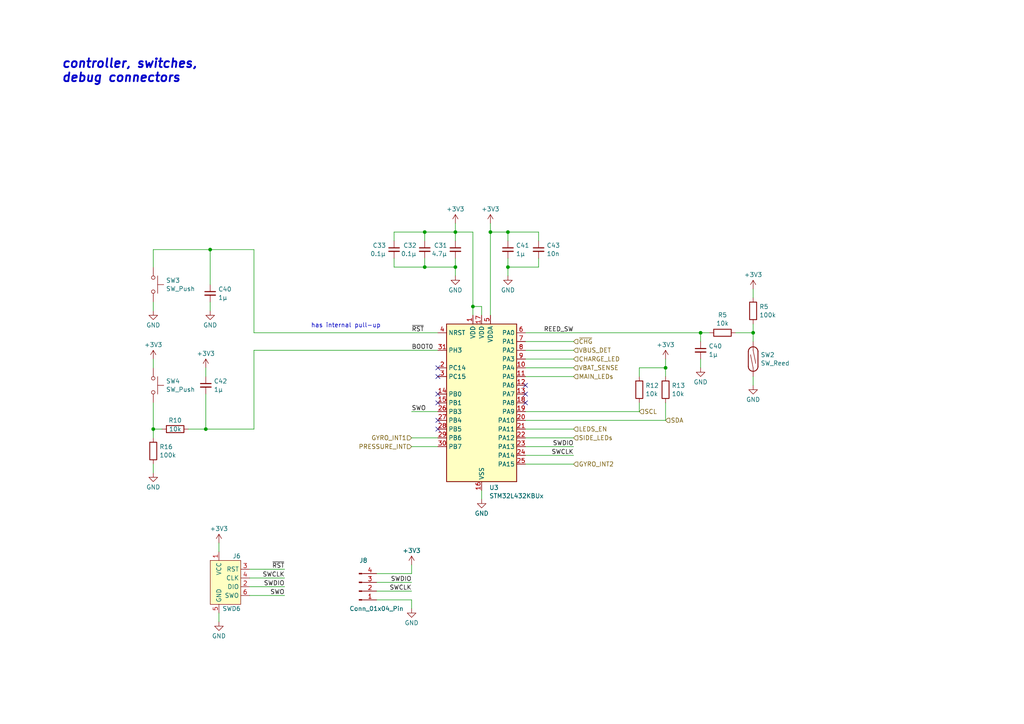
<source format=kicad_sch>
(kicad_sch (version 20230121) (generator eeschema)
  (paper "A4")
  (title_block (title "Self contained addressible RGB ring for 3M 501") (date "2024-01-08") (rev "r0.1") (company "xenua"))
  (lib_symbols
    (symbol "Connector:Conn_01x04_Pin" (pin_names (offset 1.016) hide)
      (property "Reference" "J" (at 0 5.08 0))
      (property "Value" "Conn_01x04_Pin" (at 0 -7.62 0))
      (symbol "Conn_01x04_Pin_1_1"
        (polyline (pts (xy 1.27 -5.08) (xy 0.8636 -5.08)) (stroke (width 0.1524)))
        (polyline (pts (xy 1.27 -2.54) (xy 0.8636 -2.54)) (stroke (width 0.1524)))
        (polyline (pts (xy 1.27 0) (xy 0.8636 0)) (stroke (width 0.1524)))
        (polyline (pts (xy 1.27 2.54) (xy 0.8636 2.54)) (stroke (width 0.1524)))
        (rectangle (start 0.8636 -4.953) (end 0 -5.207) (stroke (width 0.1524)) (fill (type outline)))
        (rectangle (start 0.8636 -2.413) (end 0 -2.667) (stroke (width 0.1524)) (fill (type outline)))
        (rectangle (start 0.8636 0.127) (end 0 -0.127) (stroke (width 0.1524)) (fill (type outline)))
        (rectangle (start 0.8636 2.667) (end 0 2.413) (stroke (width 0.1524)) (fill (type outline)))
        (pin passive line (at 5.08 2.54 180) (length 3.81) (name "Pin_1") (number "1"))
        (pin passive line (at 5.08 0 180) (length 3.81) (name "Pin_2") (number "2"))
        (pin passive line (at 5.08 -2.54 180) (length 3.81) (name "Pin_3") (number "3"))
        (pin passive line (at 5.08 -5.08 180) (length 3.81) (name "Pin_4") (number "4"))
      )
    )
    (symbol "Device:C_Small" (pin_numbers hide) (pin_names (offset 0.254) hide)
      (property "Reference" "C" (at 0.254 1.778 0))
      (property "Value" "C_Small" (at 0.254 -2.032 0))
      (symbol "C_Small_0_1"
        (polyline (pts (xy -1.524 -0.508) (xy 1.524 -0.508)) (stroke (width 0.3302)))
        (polyline (pts (xy -1.524 0.508) (xy 1.524 0.508)) (stroke (width 0.3048)))
      )
      (symbol "C_Small_1_1"
        (pin passive line (at 0 2.54 270) (length 2.032) (name "~") (number "1"))
        (pin passive line (at 0 -2.54 90) (length 2.032) (name "~") (number "2"))
      )
    )
    (symbol "Device:R" (pin_numbers hide) (pin_names (offset 0))
      (property "Reference" "R" (at 2.032 0 90))
      (property "Value" "R" (at 0 0 90))
      (symbol "R_0_1"
        (rectangle (start -1.016 -2.54) (end 1.016 2.54) (stroke (width 0.254)))
      )
      (symbol "R_1_1"
        (pin passive line (at 0 3.81 270) (length 1.27) (name "~") (number "1"))
        (pin passive line (at 0 -3.81 90) (length 1.27) (name "~") (number "2"))
      )
    )
    (symbol "MCU_ST_STM32L4:STM32L432KBUx"
      (property "Reference" "U" (at -10.16 24.13 0))
      (property "Value" "STM32L432KBUx" (at 5.08 24.13 0))
      (symbol "STM32L432KBUx_0_1"
        (rectangle (start -10.16 -22.86) (end 10.16 22.86) (stroke (width 0.254)) (fill (type background)))
      )
      (symbol "STM32L432KBUx_1_1"
        (pin power_in line (at -2.54 25.4 270) (length 2.54) (name "VDD") (number "1"))
        (pin bidirectional line (at 12.7 10.16 180) (length 2.54) (name "PA4") (number "10"))
        (pin bidirectional line (at 12.7 7.62 180) (length 2.54) (name "PA5") (number "11"))
        (pin bidirectional line (at 12.7 5.08 180) (length 2.54) (name "PA6") (number "12"))
        (pin bidirectional line (at 12.7 2.54 180) (length 2.54) (name "PA7") (number "13"))
        (pin bidirectional line (at -12.7 2.54 0) (length 2.54) (name "PB0") (number "14"))
        (pin bidirectional line (at -12.7 0 0) (length 2.54) (name "PB1") (number "15"))
        (pin power_in line (at 0 -25.4 90) (length 2.54) (name "VSS") (number "16"))
        (pin power_in line (at 0 25.4 270) (length 2.54) (name "VDD") (number "17"))
        (pin bidirectional line (at 12.7 0 180) (length 2.54) (name "PA8") (number "18"))
        (pin bidirectional line (at 12.7 -2.54 180) (length 2.54) (name "PA9") (number "19"))
        (pin bidirectional line (at -12.7 10.16 0) (length 2.54) (name "PC14") (number "2"))
        (pin bidirectional line (at 12.7 -5.08 180) (length 2.54) (name "PA10") (number "20"))
        (pin bidirectional line (at 12.7 -7.62 180) (length 2.54) (name "PA11") (number "21"))
        (pin bidirectional line (at 12.7 -10.16 180) (length 2.54) (name "PA12") (number "22"))
        (pin bidirectional line (at 12.7 -12.7 180) (length 2.54) (name "PA13") (number "23"))
        (pin bidirectional line (at 12.7 -15.24 180) (length 2.54) (name "PA14") (number "24"))
        (pin bidirectional line (at 12.7 -17.78 180) (length 2.54) (name "PA15") (number "25"))
        (pin bidirectional line (at -12.7 -2.54 0) (length 2.54) (name "PB3") (number "26"))
        (pin bidirectional line (at -12.7 -5.08 0) (length 2.54) (name "PB4") (number "27"))
        (pin bidirectional line (at -12.7 -7.62 0) (length 2.54) (name "PB5") (number "28"))
        (pin bidirectional line (at -12.7 -10.16 0) (length 2.54) (name "PB6") (number "29"))
        (pin bidirectional line (at -12.7 7.62 0) (length 2.54) (name "PC15") (number "3"))
        (pin bidirectional line (at -12.7 -12.7 0) (length 2.54) (name "PB7") (number "30"))
        (pin bidirectional line (at -12.7 15.24 0) (length 2.54) (name "PH3") (number "31"))
        (pin passive line (at 0 -25.4 90) (length 2.54) hide (name "VSS") (number "32"))
        (pin passive line (at 0 -25.4 90) (length 2.54) hide (name "VSS") (number "33"))
        (pin input line (at -12.7 20.32 0) (length 2.54) (name "NRST") (number "4"))
        (pin power_in line (at 2.54 25.4 270) (length 2.54) (name "VDDA") (number "5"))
        (pin bidirectional line (at 12.7 20.32 180) (length 2.54) (name "PA0") (number "6"))
        (pin bidirectional line (at 12.7 17.78 180) (length 2.54) (name "PA1") (number "7"))
        (pin bidirectional line (at 12.7 15.24 180) (length 2.54) (name "PA2") (number "8"))
        (pin bidirectional line (at 12.7 12.7 180) (length 2.54) (name "PA3") (number "9"))
      )
    )
    (symbol "Switch:SW_Push" (pin_numbers hide) (pin_names (offset 1.016) hide)
      (property "Reference" "SW" (at 1.27 2.54 0))
      (property "Value" "SW_Push" (at 0 -1.524 0))
      (symbol "SW_Push_0_1"
        (circle (center -2.032 0) (radius 0.508))
        (polyline (pts (xy 0 1.27) (xy 0 3.048)))
        (polyline (pts (xy 2.54 1.27) (xy -2.54 1.27)))
        (circle (center 2.032 0) (radius 0.508))
        (pin passive line (at -5.08 0 0) (length 2.54) (name "1") (number "1"))
        (pin passive line (at 5.08 0 180) (length 2.54) (name "2") (number "2"))
      )
    )
    (symbol "Switch:SW_Reed" (pin_numbers hide) (pin_names (offset 0) hide)
      (property "Reference" "SW" (at 0 2.54 0))
      (property "Value" "SW_Reed" (at 0 -2.54 0))
      (symbol "SW_Reed_0_0"
        (arc (start -2.159 1.397) (mid -3.55 0) (end -2.159 -1.397) (stroke (width 0.254)))
        (polyline (pts (xy -2.54 0) (xy 1.27 0.762)))
        (polyline (pts (xy -2.159 -1.397) (xy 2.286 -1.397)) (stroke (width 0.254)))
        (polyline (pts (xy 2.159 1.397) (xy -2.159 1.397)) (stroke (width 0.254)))
        (polyline (pts (xy 2.54 0) (xy -1.27 -0.762)))
        (arc (start 2.159 -1.397) (mid 3.55 0) (end 2.159 1.397) (stroke (width 0.254)))
      )
      (symbol "SW_Reed_1_1"
        (pin passive line (at -5.08 0 0) (length 2.54) (name "1") (number "1"))
        (pin passive line (at 5.08 0 180) (length 2.54) (name "2") (number "2"))
      )
    )
    (symbol "power:+3V3" (power) (pin_names (offset 0))
      (property "Value" "+3V3" (at 0 3.556 0))
      (symbol "+3V3_0_1"
        (polyline (pts (xy -0.762 1.27) (xy 0 2.54)))
        (polyline (pts (xy 0 0) (xy 0 2.54)))
        (polyline (pts (xy 0 2.54) (xy 0.762 1.27)))
      )
      (symbol "+3V3_1_1"
        (pin power_in line (at 0 0 90) (length 0) hide (name "+3V3") (number "1"))
      )
    )
    (symbol "power:GND" (power) (pin_names (offset 0))
      (property "Value" "GND" (at 0 -3.81 0))
      (symbol "GND_0_1"
        (polyline (pts (xy 0 0) (xy 0 -1.27) (xy 1.27 -1.27) (xy 0 -2.54) (xy -1.27 -1.27) (xy 0 -1.27)))
      )
      (symbol "GND_1_1"
        (pin power_in line (at 0 0 270) (length 0) hide (name "GND") (number "1"))
      )
    )
    (symbol "xenua:SWD6"
      (property "Reference" "J" (at 6.35 3.81 0))
      (property "Value" "SWD6" (at 6.35 1.27 0))
      (symbol "SWD6_0_1"
        (rectangle (start 0 0) (end 8.89 -12.7) (stroke (width 0.1524)) (fill (type background)))
      )
      (symbol "SWD6_1_1"
        (pin power_in line (at 2.54 2.54 270) (length 2.54) (name "VCC") (number "1"))
        (pin bidirectional line (at 11.43 -7.62 180) (length 2.54) (name "DIO") (number "2"))
        (pin input line (at 11.43 -2.54 180) (length 2.54) (name "RST") (number "3"))
        (pin input line (at 11.43 -5.08 180) (length 2.54) (name "CLK") (number "4"))
        (pin input line (at 2.54 -15.24 90) (length 2.54) (name "GND") (number "5"))
        (pin output line (at 11.43 -10.16 180) (length 2.54) (name "SWO") (number "6"))
      )
    )
  )
  (junction (at 123.19 77.47))
  (junction (at 60.96 72.39))
  (junction (at 147.32 77.47))
  (junction (at 203.2 96.52))
  (junction (at 142.24 67.31))
  (junction (at 132.08 77.47))
  (junction (at 44.45 124.46))
  (junction (at 193.04 106.68))
  (junction (at 123.19 67.31))
  (junction (at 137.16 88.9))
  (junction (at 132.08 67.31))
  (junction (at 218.44 96.52))
  (junction (at 147.32 67.31))
  (junction (at 59.69 124.46))
  (no_connect (at 152.4 111.76))
  (no_connect (at 152.4 116.84))
  (no_connect (at 127 124.46))
  (no_connect (at 127 106.68))
  (no_connect (at 127 109.22))
  (no_connect (at 127 121.92))
  (no_connect (at 127 114.3))
  (no_connect (at 127 116.84))
  (no_connect (at 152.4 114.3))
  (wire (pts (xy 152.4 129.54) (xy 166.37 129.54)))
  (wire (pts (xy 156.21 74.93) (xy 156.21 77.47)))
  (wire (pts (xy 147.32 67.31) (xy 156.21 67.31)))
  (wire (pts (xy 72.39 170.18) (xy 82.55 170.18)))
  (wire (pts (xy 139.7 88.9) (xy 139.7 91.44)))
  (wire (pts (xy 142.24 64.77) (xy 142.24 67.31)))
  (wire (pts (xy 137.16 67.31) (xy 137.16 88.9)))
  (wire (pts (xy 203.2 104.14) (xy 203.2 106.68)))
  (wire (pts (xy 82.55 172.72) (xy 72.39 172.72)))
  (wire (pts (xy 213.36 96.52) (xy 218.44 96.52)))
  (wire (pts (xy 59.69 114.3) (xy 59.69 124.46)))
  (wire (pts (xy 152.4 96.52) (xy 203.2 96.52)))
  (wire (pts (xy 123.19 77.47) (xy 132.08 77.47)))
  (wire (pts (xy 63.5 177.8) (xy 63.5 180.34)))
  (wire (pts (xy 119.38 119.38) (xy 127 119.38)))
  (wire (pts (xy 73.66 72.39) (xy 60.96 72.39)))
  (wire (pts (xy 152.4 106.68) (xy 166.37 106.68)))
  (wire (pts (xy 44.45 134.62) (xy 44.45 137.16)))
  (wire (pts (xy 152.4 127) (xy 166.37 127)))
  (wire (pts (xy 203.2 96.52) (xy 205.74 96.52)))
  (wire (pts (xy 59.69 106.68) (xy 59.69 109.22)))
  (wire (pts (xy 185.42 109.22) (xy 185.42 106.68)))
  (wire (pts (xy 73.66 101.6) (xy 127 101.6)))
  (wire (pts (xy 203.2 96.52) (xy 203.2 99.06)))
  (wire (pts (xy 114.3 67.31) (xy 114.3 69.85)))
  (wire (pts (xy 132.08 74.93) (xy 132.08 77.47)))
  (wire (pts (xy 152.4 134.62) (xy 166.37 134.62)))
  (wire (pts (xy 44.45 87.63) (xy 44.45 90.17)))
  (wire (pts (xy 185.42 106.68) (xy 193.04 106.68)))
  (wire (pts (xy 147.32 74.93) (xy 147.32 77.47)))
  (wire (pts (xy 137.16 88.9) (xy 139.7 88.9)))
  (wire (pts (xy 114.3 74.93) (xy 114.3 77.47)))
  (wire (pts (xy 147.32 77.47) (xy 156.21 77.47)))
  (wire (pts (xy 123.19 77.47) (xy 114.3 77.47)))
  (wire (pts (xy 218.44 83.82) (xy 218.44 86.36)))
  (wire (pts (xy 72.39 167.64) (xy 82.55 167.64)))
  (wire (pts (xy 156.21 67.31) (xy 156.21 69.85)))
  (wire (pts (xy 152.4 121.92) (xy 193.04 121.92)))
  (wire (pts (xy 119.38 173.99) (xy 109.22 173.99)))
  (wire (pts (xy 193.04 106.68) (xy 193.04 109.22)))
  (wire (pts (xy 44.45 116.84) (xy 44.45 124.46)))
  (wire (pts (xy 60.96 72.39) (xy 60.96 82.55)))
  (wire (pts (xy 132.08 64.77) (xy 132.08 67.31)))
  (wire (pts (xy 147.32 67.31) (xy 147.32 69.85)))
  (wire (pts (xy 123.19 67.31) (xy 123.19 69.85)))
  (wire (pts (xy 44.45 124.46) (xy 44.45 127)))
  (wire (pts (xy 119.38 127) (xy 127 127)))
  (wire (pts (xy 44.45 124.46) (xy 46.99 124.46)))
  (wire (pts (xy 152.4 109.22) (xy 166.37 109.22)))
  (wire (pts (xy 44.45 72.39) (xy 44.45 77.47)))
  (wire (pts (xy 123.19 74.93) (xy 123.19 77.47)))
  (wire (pts (xy 152.4 132.08) (xy 166.37 132.08)))
  (wire (pts (xy 82.55 165.1) (xy 72.39 165.1)))
  (wire (pts (xy 193.04 104.14) (xy 193.04 106.68)))
  (wire (pts (xy 73.66 101.6) (xy 73.66 124.46)))
  (wire (pts (xy 132.08 67.31) (xy 137.16 67.31)))
  (wire (pts (xy 132.08 67.31) (xy 132.08 69.85)))
  (wire (pts (xy 119.38 163.83) (xy 119.38 166.37)))
  (wire (pts (xy 218.44 96.52) (xy 218.44 99.06)))
  (wire (pts (xy 109.22 171.45) (xy 119.38 171.45)))
  (wire (pts (xy 132.08 80.01) (xy 132.08 77.47)))
  (wire (pts (xy 147.32 80.01) (xy 147.32 77.47)))
  (wire (pts (xy 152.4 101.6) (xy 166.37 101.6)))
  (wire (pts (xy 119.38 129.54) (xy 127 129.54)))
  (wire (pts (xy 60.96 87.63) (xy 60.96 90.17)))
  (wire (pts (xy 63.5 157.48) (xy 63.5 160.02)))
  (wire (pts (xy 119.38 173.99) (xy 119.38 176.53)))
  (wire (pts (xy 137.16 91.44) (xy 137.16 88.9)))
  (wire (pts (xy 152.4 119.38) (xy 185.42 119.38)))
  (wire (pts (xy 142.24 67.31) (xy 142.24 91.44)))
  (wire (pts (xy 73.66 96.52) (xy 73.66 72.39)))
  (wire (pts (xy 218.44 93.98) (xy 218.44 96.52)))
  (wire (pts (xy 44.45 72.39) (xy 60.96 72.39)))
  (wire (pts (xy 73.66 96.52) (xy 127 96.52)))
  (wire (pts (xy 109.22 168.91) (xy 119.38 168.91)))
  (wire (pts (xy 139.7 142.24) (xy 139.7 144.78)))
  (wire (pts (xy 185.42 119.38) (xy 185.42 116.84)))
  (wire (pts (xy 142.24 67.31) (xy 147.32 67.31)))
  (wire (pts (xy 218.44 109.22) (xy 218.44 111.76)))
  (wire (pts (xy 152.4 104.14) (xy 166.37 104.14)))
  (wire (pts (xy 119.38 166.37) (xy 109.22 166.37)))
  (wire (pts (xy 123.19 67.31) (xy 114.3 67.31)))
  (wire (pts (xy 123.19 67.31) (xy 132.08 67.31)))
  (wire (pts (xy 54.61 124.46) (xy 59.69 124.46)))
  (wire (pts (xy 193.04 121.92) (xy 193.04 116.84)))
  (wire (pts (xy 73.66 124.46) (xy 59.69 124.46)))
  (wire (pts (xy 152.4 99.06) (xy 166.37 99.06)))
  (wire (pts (xy 44.45 106.68) (xy 44.45 104.14)))
  (wire (pts (xy 152.4 124.46) (xy 166.37 124.46)))
  (text "has internal pull-up" (at 90.17 95.25 0) (effects (font (size 1.27 1.27)) (justify left bottom)))
  (text "controller, switches,\ndebug connectors" (at 17.78 24.13 0) (effects (font (size 2.54 2.54) (thickness 0.508) bold italic) (justify left bottom)))
  (label "SWDIO" (at 82.55 170.18 180))
  (label "SWO" (at 119.38 119.38 0))
  (label "REED_SW" (at 166.37 96.52 180))
  (label "SWCLK" (at 166.37 132.08 180))
  (label "SWDIO" (at 119.38 168.91 180))
  (label "SWCLK" (at 82.55 167.64 180))
  (label "~{RST}" (at 119.38 96.52 0))
  (label "SWO" (at 82.55 172.72 180))
  (label "BOOT0" (at 119.38 101.6 0))
  (label "SWCLK" (at 119.38 171.45 180))
  (label "~{RST}" (at 82.55 165.1 180))
  (label "SWDIO" (at 166.37 129.54 180))
  (hierarchical_label "CHARGE_LED" (shape input) (at 166.37 104.14 0))
  (hierarchical_label "PRESSURE_INT" (shape input) (at 119.38 129.54 180))
  (hierarchical_label "VBUS_DET" (shape input) (at 166.37 101.6 0))
  (hierarchical_label "GYRO_INT1" (shape input) (at 119.38 127 180))
  (hierarchical_label "~{CHG}" (shape input) (at 166.37 99.06 0))
  (hierarchical_label "SDA" (shape input) (at 193.04 121.92 0))
  (hierarchical_label "GYRO_INT2" (shape input) (at 166.37 134.62 0))
  (hierarchical_label "SCL" (shape input) (at 185.42 119.38 0))
  (hierarchical_label "SIDE_LEDs" (shape input) (at 166.37 127 0))
  (hierarchical_label "LEDS_EN" (shape input) (at 166.37 124.46 0))
  (hierarchical_label "MAIN_LEDs" (shape input) (at 166.37 109.22 0))
  (hierarchical_label "VBAT_SENSE" (shape input) (at 166.37 106.68 0))
  (symbol (lib_id "Connector:Conn_01x04_Pin") (at 104.14 171.45 0) (mirror x) (unit 1)
    (property "Reference" "J8" (at 105.41 162.56 0))
    (property "Value" "Conn_01x04_Pin" (at 109.22 176.53 0))
    (property "Footprint" "Connector_PinHeader_2.54mm:PinHeader_1x04_P2.54mm_Horizontal" (effects hide))
    (instances (project "rgb501" (path "" (reference "J8") (unit 1)) (path "" (reference "J7") (unit 1))))
  )
  (symbol (lib_id "Device:R") (at 209.55 96.52 90) (unit 1)
    (property "Reference" "R5" (at 209.55 91.3597 90))
    (property "Value" "10k" (at 209.55 93.7839 90))
    (property "Footprint" "Resistor_SMD:R_0402_1005Metric" (effects hide))
    (instances (project "rgb501" (path "" (reference "R5") (unit 1)) (path "" (reference "R18") (unit 1))))
  )
  (symbol (lib_id "power:+3V3") (at 59.69 106.68 0) (unit 1)
    (property "Reference" "#PWR029" (effects hide))
    (property "Value" "+3V3" (at 59.69 102.5469 0))
  )
  (symbol (lib_id "Device:C_Small") (at 156.21 72.39 0) (unit 1)
    (property "Reference" "C43" (at 158.5341 71.1842 0) (effects (justify left)))
    (property "Value" "10n" (at 158.5341 73.6084 0) (effects (justify left)))
    (property "Footprint" "Capacitor_SMD:C_0402_1005Metric" (effects hide))
  )
  (symbol (lib_id "Device:R") (at 44.45 130.81 0) (unit 1)
    (property "Reference" "R16" (at 46.228 129.5979 0) (effects (justify left)))
    (property "Value" "100k" (at 46.228 132.0221 0) (effects (justify left)))
    (property "Footprint" "Resistor_SMD:R_0402_1005Metric" (effects hide))
    (instances (project "rgb501" (path "" (reference "R16") (unit 1)) (path "" (reference "R9") (unit 1))))
  )
  (symbol (lib_id "power:GND") (at 203.2 106.68 0) (unit 1)
    (property "Reference" "#PWR026" (effects hide))
    (property "Value" "GND" (at 203.2 110.8131 0))
    (instances (project "rgb501" (path "" (reference "#PWR026") (unit 1)) (path "" (reference "#PWR055") (unit 1))))
  )
  (symbol (lib_id "power:GND") (at 63.5 180.34 0) (unit 1)
    (property "Reference" "#PWR031" (effects hide))
    (property "Value" "GND" (at 63.5 184.4731 0))
    (instances (project "rgb501" (path "" (reference "#PWR031") (unit 1)) (path "" (reference "#PWR032") (unit 1))))
  )
  (symbol (lib_id "power:+3V3") (at 44.45 104.14 0) (unit 1)
    (property "Reference" "#PWR034" (effects hide))
    (property "Value" "+3V3" (at 44.45 100.0069 0))
    (instances (project "rgb501" (path "" (reference "#PWR034") (unit 1)) (path "" (reference "#PWR026") (unit 1))))
  )
  (symbol (lib_id "Switch:SW_Reed") (at 218.44 104.14 90) (unit 1)
    (property "Reference" "SW2" (at 220.599 102.9279 90) (effects (justify right)))
    (property "Value" "SW_Reed" (at 220.599 105.3521 90) (effects (justify right)))
    (property "Footprint" "xenua:SW_Reed" (effects hide))
    (instances (project "rgb501" (path "" (reference "SW2") (unit 1)) (path "" (reference "SW4") (unit 1))))
  )
  (symbol (lib_id "Device:R") (at 193.04 113.03 0) (unit 1)
    (property "Reference" "R13" (at 194.818 111.8179 0) (effects (justify left)))
    (property "Value" "10k" (at 194.818 114.2421 0) (effects (justify left)))
    (property "Footprint" "Resistor_SMD:R_0402_1005Metric" (effects hide))
    (instances (project "rgb501" (path "" (reference "R13") (unit 1)) (path "" (reference "R16") (unit 1))))
  )
  (symbol (lib_id "Device:C_Small") (at 59.69 111.76 0) (unit 1)
    (property "Reference" "C42" (at 62.0141 110.5542 0) (effects (justify left)))
    (property "Value" "1µ" (at 62.0141 112.9784 0) (effects (justify left)))
    (property "Footprint" "Capacitor_SMD:C_0402_1005Metric" (effects hide))
    (instances (project "rgb501" (path "" (reference "C42") (unit 1)) (path "" (reference "C31") (unit 1))))
  )
  (symbol (lib_id "power:+3V3") (at 142.24 64.77 0) (unit 1)
    (property "Reference" "#PWR056" (effects hide))
    (property "Value" "+3V3" (at 142.24 60.6369 0))
    (instances (project "rgb501" (path "" (reference "#PWR056") (unit 1)) (path "" (reference "#PWR042") (unit 1))))
  )
  (symbol (lib_id "power:GND") (at 44.45 137.16 0) (unit 1)
    (property "Reference" "#PWR035" (effects hide))
    (property "Value" "GND" (at 44.45 141.2931 0))
    (instances (project "rgb501" (path "" (reference "#PWR035") (unit 1)) (path "" (reference "#PWR027") (unit 1))))
  )
  (symbol (lib_id "power:GND") (at 132.08 80.01 0) (mirror y) (unit 1)
    (property "Reference" "#PWR029" (effects hide))
    (property "Value" "GND" (at 132.08 84.1431 0))
    (instances (project "rgb501" (path "" (reference "#PWR029") (unit 1)) (path "" (reference "#PWR036") (unit 1))))
  )
  (symbol (lib_id "power:+3V3") (at 119.38 163.83 0) (unit 1)
    (property "Reference" "#PWR036" (effects hide))
    (property "Value" "+3V3" (at 119.38 159.6969 0))
    (instances (project "rgb501" (path "" (reference "#PWR036") (unit 1)) (path "" (reference "#PWR033") (unit 1))))
  )
  (symbol (lib_id "Device:C_Small") (at 147.32 72.39 0) (unit 1)
    (property "Reference" "C41" (at 149.6441 71.1842 0) (effects (justify left)))
    (property "Value" "1µ" (at 149.6441 73.6084 0) (effects (justify left)))
    (property "Footprint" "Capacitor_SMD:C_0402_1005Metric" (effects hide))
    (instances (project "rgb501" (path "" (reference "C41") (unit 1)) (path "" (reference "C42") (unit 1))))
  )
  (symbol (lib_id "power:GND") (at 44.45 90.17 0) (unit 1)
    (property "Reference" "#PWR033" (effects hide))
    (property "Value" "GND" (at 44.45 94.3031 0))
    (instances (project "rgb501" (path "" (reference "#PWR033") (unit 1)) (path "" (reference "#PWR025") (unit 1))))
  )
  (symbol (lib_id "Device:C_Small") (at 132.08 72.39 0) (mirror y) (unit 1)
    (property "Reference" "C31" (at 129.7559 71.1842 0) (effects (justify left)))
    (property "Value" "4.7µ" (at 129.7559 73.6084 0) (effects (justify left)))
    (property "Footprint" "Capacitor_SMD:C_0402_1005Metric" (effects hide))
    (instances (project "rgb501" (path "" (reference "C31") (unit 1)) (path "" (reference "C41") (unit 1))))
  )
  (symbol (lib_id "power:GND") (at 60.96 90.17 0) (unit 1)
    (property "Reference" "#PWR051" (effects hide))
    (property "Value" "GND" (at 60.96 94.3031 0))
    (instances (project "rgb501" (path "" (reference "#PWR051") (unit 1)) (path "" (reference "#PWR030") (unit 1))))
  )
  (symbol (lib_id "power:+3V3") (at 218.44 83.82 0) (unit 1)
    (property "Reference" "#PWR027" (effects hide))
    (property "Value" "+3V3" (at 218.44 79.6869 0))
    (instances (project "rgb501" (path "" (reference "#PWR027") (unit 1)) (path "" (reference "#PWR053") (unit 1))))
  )
  (symbol (lib_id "Device:R") (at 218.44 90.17 0) (unit 1)
    (property "Reference" "R5" (at 220.218 88.9579 0) (effects (justify left)))
    (property "Value" "100k" (at 220.218 91.3821 0) (effects (justify left)))
    (property "Footprint" "Resistor_SMD:R_0402_1005Metric" (effects hide))
    (instances (project "rgb501" (path "" (reference "R5") (unit 1)) (path "" (reference "R17") (unit 1))))
  )
  (symbol (lib_id "Device:C_Small") (at 114.3 72.39 0) (mirror y) (unit 1)
    (property "Reference" "C33" (at 111.9759 71.1842 0) (effects (justify left)))
    (property "Value" "0.1µ" (at 111.9759 73.6084 0) (effects (justify left)))
    (property "Footprint" "Capacitor_SMD:C_0402_1005Metric" (effects hide))
  )
  (symbol (lib_id "power:GND") (at 147.32 80.01 0) (mirror y) (unit 1)
    (property "Reference" "#PWR057" (effects hide))
    (property "Value" "GND" (at 147.32 84.1431 0))
    (instances (project "rgb501" (path "" (reference "#PWR057") (unit 1)) (path "" (reference "#PWR051") (unit 1))))
  )
  (symbol (lib_id "xenua:SWD6") (at 60.96 162.56 0) (unit 1)
    (property "Reference" "J6" (at 69.85 161.29 0) (effects (justify right)))
    (property "Value" "SWD6" (at 69.85 176.53 0) (effects (justify right)))
    (property "Footprint" "xenua:TC2030" (effects hide))
  )
  (symbol (lib_id "Device:C_Small") (at 203.2 101.6 0) (unit 1)
    (property "Reference" "C40" (at 205.5241 100.3942 0) (effects (justify left)))
    (property "Value" "1µ" (at 205.5241 102.8184 0) (effects (justify left)))
    (property "Footprint" "Capacitor_SMD:C_0402_1005Metric" (effects hide))
    (instances (project "rgb501" (path "" (reference "C40") (unit 1)) (path "" (reference "C44") (unit 1))))
  )
  (symbol (lib_id "Device:C_Small") (at 123.19 72.39 0) (mirror y) (unit 1)
    (property "Reference" "C32" (at 120.8659 71.1842 0) (effects (justify left)))
    (property "Value" "0.1µ" (at 120.8659 73.6084 0) (effects (justify left)))
    (property "Footprint" "Capacitor_SMD:C_0402_1005Metric" (effects hide))
    (instances (project "rgb501" (path "" (reference "C32") (unit 1)) (path "" (reference "C40") (unit 1))))
  )
  (symbol (lib_id "Device:R") (at 50.8 124.46 90) (unit 1)
    (property "Reference" "R10" (at 50.8 121.92 90))
    (property "Value" "10k" (at 50.8 124.46 90))
    (property "Footprint" "Resistor_SMD:R_0402_1005Metric" (effects hide))
  )
  (symbol (lib_id "power:GND") (at 119.38 176.53 0) (unit 1)
    (property "Reference" "#PWR037" (effects hide))
    (property "Value" "GND" (at 119.38 180.6631 0))
    (instances (project "rgb501" (path "" (reference "#PWR037") (unit 1)) (path "" (reference "#PWR034") (unit 1))))
  )
  (symbol (lib_id "power:+3V3") (at 132.08 64.77 0) (unit 1)
    (property "Reference" "#PWR025" (effects hide))
    (property "Value" "+3V3" (at 132.08 60.6369 0))
    (instances (project "rgb501" (path "" (reference "#PWR025") (unit 1)) (path "" (reference "#PWR035") (unit 1))))
  )
  (symbol (lib_id "power:GND") (at 139.7 144.78 0) (unit 1)
    (property "Reference" "#PWR024" (effects hide))
    (property "Value" "GND" (at 139.7 148.9131 0))
    (instances (project "rgb501" (path "" (reference "#PWR024") (unit 1)) (path "" (reference "#PWR037") (unit 1))))
  )
  (symbol (lib_id "MCU_ST_STM32L4:STM32L432KBUx") (at 139.7 116.84 0) (unit 1)
    (property "Reference" "U3" (at 141.8941 141.4201 0) (effects (justify left)))
    (property "Value" "STM32L432KBUx" (at 141.8941 143.8443 0) (effects (justify left)))
    (property "Footprint" "Package_DFN_QFN:QFN-32-1EP_5x5mm_P0.5mm_EP3.45x3.45mm" (effects hide))
    (property "Datasheet" "https://www.st.com/resource/en/datasheet/stm32l432kb.pdf" (effects hide))
  )
  (symbol (lib_id "power:+3V3") (at 193.04 104.14 0) (unit 1)
    (property "Reference" "#PWR042" (effects hide))
    (property "Value" "+3V3" (at 193.04 100.0069 0))
    (instances (project "rgb501" (path "" (reference "#PWR042") (unit 1)) (path "" (reference "#PWR052") (unit 1))))
  )
  (symbol (lib_id "Switch:SW_Push") (at 44.45 82.55 270) (unit 1)
    (property "Reference" "SW3" (at 48.133 81.3379 90) (effects (justify left)))
    (property "Value" "SW_Push" (at 48.133 83.7621 90) (effects (justify left)))
    (property "Footprint" "xenua:SW_Push_Alps_SKTCABE010" (effects hide))
    (instances (project "rgb501" (path "" (reference "SW3") (unit 1)) (path "" (reference "SW2") (unit 1))))
  )
  (symbol (lib_id "Device:R") (at 185.42 113.03 0) (mirror y) (unit 1)
    (property "Reference" "R12" (at 187.198 111.8179 0) (effects (justify right)))
    (property "Value" "10k" (at 187.198 114.2421 0) (effects (justify right)))
    (property "Footprint" "Resistor_SMD:R_0402_1005Metric" (effects hide))
    (instances (project "rgb501" (path "" (reference "R12") (unit 1)) (path "" (reference "R13") (unit 1))))
  )
  (symbol (lib_id "power:+3V3") (at 63.5 157.48 0) (unit 1)
    (property "Reference" "#PWR030" (effects hide))
    (property "Value" "+3V3" (at 63.5 153.3469 0))
    (instances (project "rgb501" (path "" (reference "#PWR030") (unit 1)) (path "" (reference "#PWR031") (unit 1))))
  )
  (symbol (lib_id "Device:C_Small") (at 60.96 85.09 0) (unit 1)
    (property "Reference" "C40" (at 63.2841 83.8842 0) (effects (justify left)))
    (property "Value" "1µ" (at 63.2841 86.3084 0) (effects (justify left)))
    (property "Footprint" "Capacitor_SMD:C_0402_1005Metric" (effects hide))
    (instances (project "rgb501" (path "" (reference "C40") (unit 1)) (path "" (reference "C32") (unit 1))))
  )
  (symbol (lib_id "power:GND") (at 218.44 111.76 0) (unit 1)
    (property "Reference" "#PWR026" (effects hide))
    (property "Value" "GND" (at 218.44 115.8931 0))
    (instances (project "rgb501" (path "" (reference "#PWR026") (unit 1)) (path "" (reference "#PWR054") (unit 1))))
  )
  (symbol (lib_id "Switch:SW_Push") (at 44.45 111.76 270) (unit 1)
    (property "Reference" "SW4" (at 48.133 110.5479 90) (effects (justify left)))
    (property "Value" "SW_Push" (at 48.133 112.9721 90) (effects (justify left)))
    (property "Footprint" "xenua:SW_Push_Alps_SKTCABE010" (effects hide))
    (instances (project "rgb501" (path "" (reference "SW4") (unit 1)) (path "" (reference "SW3") (unit 1))))
  )
)
</source>
